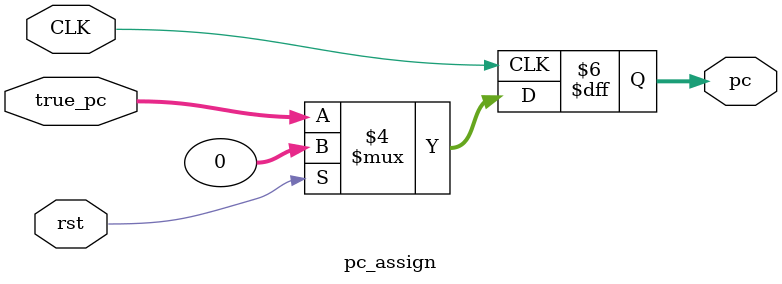
<source format=v>
module pc_assign(pc, true_pc, CLK, rst);
    input CLK, rst;
    input[31:0] true_pc;
    output reg[31:0] pc;

    always@(posedge CLK)
    begin
        if(rst == 1'b1)
        begin
            pc = 32'b00000000000000000000000000000000;
        end
        else
        begin
            pc = true_pc;
        end
    end
endmodule
</source>
